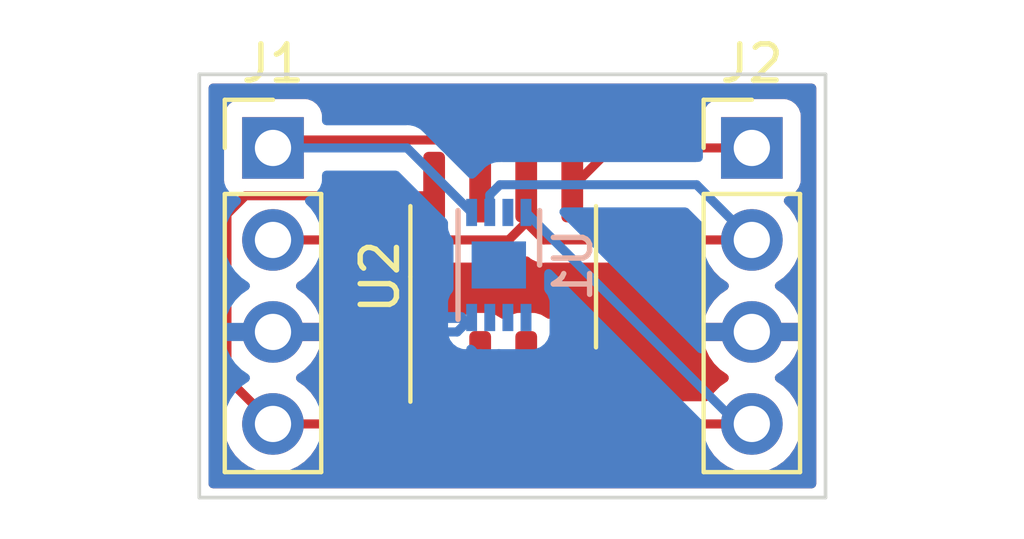
<source format=kicad_pcb>
(kicad_pcb (version 20221018) (generator pcbnew)
  (layers (0 "F.Cu" signal) (31 "B.Cu" signal) (34 "B.Paste" user) (35 "F.Paste" user) (36 "B.SilkS" user "B.Silkscreen") (37 "F.SilkS" user "F.Silkscreen") (38 "B.Mask" user) (39 "F.Mask" user) (44 "Edge.Cuts" user))
  (net 0 "")
  (net 1 "SDA")
  (net 2 "SCL")
  (net 3 "GND")
  (net 4 "VCC")
  (footprint "Connector_PinHeader_2.54mm:PinHeader_1x04_P2.54mm_Vertical" (layer "F.Cu") (at 88.9 50.8)
    (fp_text reference "J2" (at 0 -2.33) (layer "F.SilkS"))
    (fp_text value "Conn_01x04_Socket")
    (fp_line (start -1.33 -1.33) (end 0 -1.33) (stroke (width 0.12)) (layer "F.SilkS"))
    (fp_line (start -1.33 0) (end -1.33 -1.33) (stroke (width 0.12)) (layer "F.SilkS"))
    (fp_line (start -1.33 1.27) (end -1.33 8.95) (stroke (width 0.12)) (layer "F.SilkS"))
    (fp_line (start -1.33 1.27) (end 1.33 1.27) (stroke (width 0.12)) (layer "F.SilkS"))
    (fp_line (start -1.33 8.95) (end 1.33 8.95) (stroke (width 0.12)) (layer "F.SilkS"))
    (fp_line (start 1.33 1.27) (end 1.33 8.95) (stroke (width 0.12)) (layer "F.SilkS"))
    (pad "1" thru_hole rect (at 0 0) (size 1.7 1.7) (drill 1) (layers "*.Cu" "*.Mask") (net 1 "SDA"))
    (pad "2" thru_hole oval (at 0 2.54) (size 1.7 1.7) (drill 1) (layers "*.Cu" "*.Mask") (net 2 "SCL"))
    (pad "3" thru_hole oval (at 0 5.08) (size 1.7 1.7) (drill 1) (layers "*.Cu" "*.Mask") (net 3 "GND"))
    (pad "4" thru_hole oval (at 0 7.62) (size 1.7 1.7) (drill 1) (layers "*.Cu" "*.Mask") (net 4 "VCC"))
  )
  (footprint "Package_SO:SOIC-8_3.9x4.9mm_P1.27mm" (layer "F.Cu") (at 82.042 54.356 90)
    (fp_text reference "U2" (at 0 -3.4 90) (layer "F.SilkS"))
    (fp_text value "ATECC608A-SSHDA")
    (fp_line (start 0 -2.56) (end -3.45 -2.56) (stroke (width 0.12)) (layer "F.SilkS"))
    (fp_line (start 0 -2.56) (end 1.95 -2.56) (stroke (width 0.12)) (layer "F.SilkS"))
    (fp_line (start 0 2.56) (end -1.95 2.56) (stroke (width 0.12)) (layer "F.SilkS"))
    (fp_line (start 0 2.56) (end 1.95 2.56) (stroke (width 0.12)) (layer "F.SilkS"))
    (pad "1" smd roundrect (at -2.475 -1.905 90) (size 1.95 0.6) (layers "F.Cu" "F.Paste" "F.Mask"))
    (pad "2" smd roundrect (at -2.475 -0.635 90) (size 1.95 0.6) (layers "F.Cu" "F.Paste" "F.Mask"))
    (pad "3" smd roundrect (at -2.475 0.635 90) (size 1.95 0.6) (layers "F.Cu" "F.Paste" "F.Mask"))
    (pad "4" smd roundrect (at -2.475 1.905 90) (size 1.95 0.6) (layers "F.Cu" "F.Paste" "F.Mask") (net 3 "GND"))
    (pad "5" smd roundrect (at 2.475 1.905 90) (size 1.95 0.6) (layers "F.Cu" "F.Paste" "F.Mask") (net 1 "SDA"))
    (pad "6" smd roundrect (at 2.475 0.635 90) (size 1.95 0.6) (layers "F.Cu" "F.Paste" "F.Mask") (net 2 "SCL"))
    (pad "7" smd roundrect (at 2.475 -0.635 90) (size 1.95 0.6) (layers "F.Cu" "F.Paste" "F.Mask"))
    (pad "8" smd roundrect (at 2.475 -1.905 90) (size 1.95 0.6) (layers "F.Cu" "F.Paste" "F.Mask") (net 4 "VCC"))
  )
  (footprint "Connector_PinHeader_2.54mm:PinHeader_1x04_P2.54mm_Vertical" (layer "F.Cu") (at 75.692 50.8)
    (fp_text reference "J1" (at 0 -2.33) (layer "F.SilkS"))
    (fp_text value "Conn_01x04_Socket")
    (fp_line (start -1.33 -1.33) (end 0 -1.33) (stroke (width 0.12)) (layer "F.SilkS"))
    (fp_line (start -1.33 0) (end -1.33 -1.33) (stroke (width 0.12)) (layer "F.SilkS"))
    (fp_line (start -1.33 1.27) (end -1.33 8.95) (stroke (width 0.12)) (layer "F.SilkS"))
    (fp_line (start -1.33 1.27) (end 1.33 1.27) (stroke (width 0.12)) (layer "F.SilkS"))
    (fp_line (start -1.33 8.95) (end 1.33 8.95) (stroke (width 0.12)) (layer "F.SilkS"))
    (fp_line (start 1.33 1.27) (end 1.33 8.95) (stroke (width 0.12)) (layer "F.SilkS"))
    (pad "1" thru_hole rect (at 0 0) (size 1.7 1.7) (drill 1) (layers "*.Cu" "*.Mask") (net 1 "SDA"))
    (pad "2" thru_hole oval (at 0 2.54) (size 1.7 1.7) (drill 1) (layers "*.Cu" "*.Mask") (net 2 "SCL"))
    (pad "3" thru_hole oval (at 0 5.08) (size 1.7 1.7) (drill 1) (layers "*.Cu" "*.Mask") (net 3 "GND"))
    (pad "4" thru_hole oval (at 0 7.62) (size 1.7 1.7) (drill 1) (layers "*.Cu" "*.Mask") (net 4 "VCC"))
  )
  (footprint "Package_DFN_QFN:DFN-8-1EP_3x2mm_P0.5mm_EP1.3x1.5mm" (layer "B.Cu") (at 81.921 54.031 90)
    (fp_text reference "U1" (at 0 2.05 90) (layer "B.SilkS") (effects (justify mirror)))
    (fp_text value "ATECC608A-MAHDA")
    (fp_line (start -1.5 -1.125) (end 1.5 -1.125) (stroke (width 0.15)) (layer "B.SilkS"))
    (fp_line (start 0 1.125) (end 1.5 1.125) (stroke (width 0.15)) (layer "B.SilkS"))
    (pad "1" smd rect (at -1.45 0.75 90) (size 0.75 0.3) (layers "B.Cu" "B.Paste" "B.Mask"))
    (pad "2" smd rect (at -1.45 0.25 90) (size 0.75 0.3) (layers "B.Cu" "B.Paste" "B.Mask"))
    (pad "3" smd rect (at -1.45 -0.25 90) (size 0.75 0.3) (layers "B.Cu" "B.Paste" "B.Mask"))
    (pad "4" smd rect (at -1.45 -0.75 90) (size 0.75 0.3) (layers "B.Cu" "B.Paste" "B.Mask") (net 3 "GND"))
    (pad "5" smd rect (at 1.45 -0.75 90) (size 0.75 0.3) (layers "B.Cu" "B.Paste" "B.Mask") (net 1 "SDA"))
    (pad "6" smd rect (at 1.45 -0.25 90) (size 0.75 0.3) (layers "B.Cu" "B.Paste" "B.Mask") (net 2 "SCL"))
    (pad "7" smd rect (at 1.45 0.25 90) (size 0.75 0.3) (layers "B.Cu" "B.Paste" "B.Mask"))
    (pad "8" smd rect (at 1.45 0.75 90) (size 0.75 0.3) (layers "B.Cu" "B.Paste" "B.Mask") (net 4 "VCC"))
    (pad "9" smd rect (at 0 0 90) (size 1.3 1.5) (layers "B.Cu" "B.Mask"))
  )
  (gr_line (start 73.66 48.768) (end 90.932 48.768) (stroke (width 0.1)) (layer "Edge.Cuts"))
  (gr_line (start 73.66 60.452) (end 73.66 48.768) (stroke (width 0.1)) (layer "Edge.Cuts"))
  (gr_line (start 90.932 60.452) (end 73.66 60.452) (stroke (width 0.1)) (layer "Edge.Cuts"))
  (gr_line (start 90.932 48.768) (end 90.932 60.452) (stroke (width 0.1)) (layer "Edge.Cuts"))
  (segment (start 75.692 50.8) (end 75.911 50.581) (width 0.25) (layer "F.Cu") (net 1))
  (segment (start 83.947 50.906) (end 83.947 51.881) (width 0.25) (layer "F.Cu") (net 1))
  (segment (start 85.028 50.8) (end 88.9 50.8) (width 0.25) (layer "F.Cu") (net 1))
  (segment (start 75.911 50.581) (end 83.622 50.581) (width 0.25) (layer "F.Cu") (net 1))
  (segment (start 83.947 51.881) (end 85.028 50.8) (width 0.25) (layer "F.Cu") (net 1))
  (segment (start 83.622 50.581) (end 83.947 50.906) (width 0.25) (layer "F.Cu") (net 1))
  (segment (start 81.171 52.581) (end 79.39 50.8) (width 0.25) (layer "B.Cu") (net 1))
  (segment (start 79.39 50.8) (end 75.692 50.8) (width 0.25) (layer "B.Cu") (net 1))
  (segment (start 82.677 52.856) (end 83.161 53.34) (width 0.25) (layer "F.Cu") (net 2))
  (segment (start 82.677 52.856) (end 82.677 51.881) (width 0.25) (layer "F.Cu") (net 2))
  (segment (start 75.692 53.34) (end 82.193 53.34) (width 0.25) (layer "F.Cu") (net 2))
  (segment (start 83.161 53.34) (end 88.9 53.34) (width 0.25) (layer "F.Cu") (net 2))
  (segment (start 82.193 53.34) (end 82.677 52.856) (width 0.25) (layer "F.Cu") (net 2))
  (segment (start 87.376 51.816) (end 88.9 53.34) (width 0.25) (layer "B.Cu") (net 2))
  (segment (start 81.671 52.581) (end 81.671 52.09638) (width 0.25) (layer "B.Cu") (net 2))
  (segment (start 81.95138 51.816) (end 87.376 51.816) (width 0.25) (layer "B.Cu") (net 2))
  (segment (start 81.671 52.09638) (end 81.95138 51.816) (width 0.25) (layer "B.Cu") (net 2))
  (segment (start 80.772 55.88) (end 75.692 55.88) (width 0.25) (layer "B.Cu") (net 3))
  (segment (start 81.171 55.481) (end 80.772 55.88) (width 0.25) (layer "B.Cu") (net 3))
  (segment (start 75.692 58.42) (end 74.422 57.15) (width 0.25) (layer "F.Cu") (net 4))
  (segment (start 75.692 58.42) (end 88.9 58.42) (width 0.25) (layer "F.Cu") (net 4))
  (segment (start 79.8972 52.1208) (end 80.137 51.881) (width 0.25) (layer "F.Cu") (net 4))
  (segment (start 74.422 57.15) (end 74.422 52.6288) (width 0.25) (layer "F.Cu") (net 4))
  (segment (start 74.93 52.1208) (end 79.8972 52.1208) (width 0.25) (layer "F.Cu") (net 4))
  (segment (start 74.422 52.6288) (end 74.93 52.1208) (width 0.25) (layer "F.Cu") (net 4))
  (segment (start 82.671 52.581) (end 88.51 58.42) (width 0.25) (layer "B.Cu") (net 4))
  (segment (start 88.51 58.42) (end 88.9 58.42) (width 0.25) (layer "B.Cu") (net 4))
  (zone (net 3) (net_name "GND") (layers "F&B.Cu") (connect_pads (clearance 0.5)) (min_thickness 0.25) (fill yes (thermal_gap 0.5) (thermal_bridge_width 0.5))
    (polygon (pts (xy 73.914 49.022) (xy 90.678 49.022) (xy 90.678 60.198) (xy 73.914 60.198)))
  )
)
</source>
